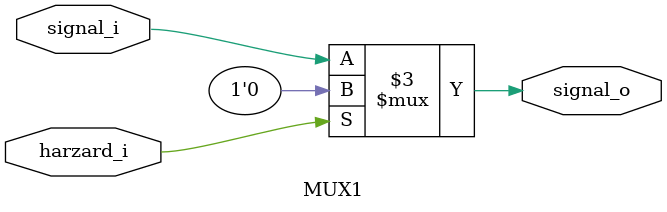
<source format=v>
module MUX1
(
	harzard_i,
	signal_i,
	signal_o
);

input signal_i;
input harzard_i;
output signal_o;
reg signal_o;

always@(*) begin
	if(harzard_i) begin
		signal_o = 1'b0;
	end
	else begin
		signal_o = signal_i;
	end
end

endmodule

</source>
